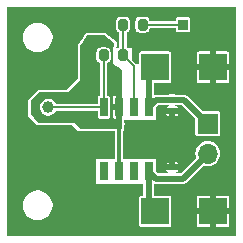
<source format=gtl>
G04 #@! TF.GenerationSoftware,KiCad,Pcbnew,8.0.8*
G04 #@! TF.CreationDate,2025-02-18T10:08:15-06:00*
G04 #@! TF.ProjectId,Tunnleing_Amp,54756e6e-6c65-4696-9e67-5f416d702e6b,rev?*
G04 #@! TF.SameCoordinates,Original*
G04 #@! TF.FileFunction,Copper,L1,Top*
G04 #@! TF.FilePolarity,Positive*
%FSLAX46Y46*%
G04 Gerber Fmt 4.6, Leading zero omitted, Abs format (unit mm)*
G04 Created by KiCad (PCBNEW 8.0.8) date 2025-02-18 10:08:15*
%MOMM*%
%LPD*%
G01*
G04 APERTURE LIST*
G04 Aperture macros list*
%AMRoundRect*
0 Rectangle with rounded corners*
0 $1 Rounding radius*
0 $2 $3 $4 $5 $6 $7 $8 $9 X,Y pos of 4 corners*
0 Add a 4 corners polygon primitive as box body*
4,1,4,$2,$3,$4,$5,$6,$7,$8,$9,$2,$3,0*
0 Add four circle primitives for the rounded corners*
1,1,$1+$1,$2,$3*
1,1,$1+$1,$4,$5*
1,1,$1+$1,$6,$7*
1,1,$1+$1,$8,$9*
0 Add four rect primitives between the rounded corners*
20,1,$1+$1,$2,$3,$4,$5,0*
20,1,$1+$1,$4,$5,$6,$7,0*
20,1,$1+$1,$6,$7,$8,$9,0*
20,1,$1+$1,$8,$9,$2,$3,0*%
G04 Aperture macros list end*
G04 #@! TA.AperFunction,SMDPad,CuDef*
%ADD10R,2.350000X2.250000*%
G04 #@! TD*
G04 #@! TA.AperFunction,SMDPad,CuDef*
%ADD11RoundRect,0.140000X-0.170000X0.140000X-0.170000X-0.140000X0.170000X-0.140000X0.170000X0.140000X0*%
G04 #@! TD*
G04 #@! TA.AperFunction,SMDPad,CuDef*
%ADD12R,0.650000X1.528000*%
G04 #@! TD*
G04 #@! TA.AperFunction,SMDPad,CuDef*
%ADD13RoundRect,0.200000X-0.200000X-0.275000X0.200000X-0.275000X0.200000X0.275000X-0.200000X0.275000X0*%
G04 #@! TD*
G04 #@! TA.AperFunction,SMDPad,CuDef*
%ADD14RoundRect,0.140000X0.170000X-0.140000X0.170000X0.140000X-0.170000X0.140000X-0.170000X-0.140000X0*%
G04 #@! TD*
G04 #@! TA.AperFunction,ComponentPad*
%ADD15R,1.700000X1.700000*%
G04 #@! TD*
G04 #@! TA.AperFunction,ComponentPad*
%ADD16O,1.700000X1.700000*%
G04 #@! TD*
G04 #@! TA.AperFunction,ComponentPad*
%ADD17R,0.850000X0.850000*%
G04 #@! TD*
G04 #@! TA.AperFunction,ViaPad*
%ADD18C,0.600000*%
G04 #@! TD*
G04 #@! TA.AperFunction,ViaPad*
%ADD19C,1.000000*%
G04 #@! TD*
G04 #@! TA.AperFunction,Conductor*
%ADD20C,0.500000*%
G04 #@! TD*
G04 #@! TA.AperFunction,Conductor*
%ADD21C,0.300000*%
G04 #@! TD*
G04 #@! TA.AperFunction,Conductor*
%ADD22C,0.150000*%
G04 #@! TD*
G04 #@! TA.AperFunction,Conductor*
%ADD23C,0.200000*%
G04 #@! TD*
G04 APERTURE END LIST*
D10*
X109350000Y-65700000D03*
X104450000Y-65700000D03*
D11*
X105900000Y-56270000D03*
X105900000Y-57230000D03*
D12*
X100095000Y-62311000D03*
X101365000Y-62311000D03*
X102635000Y-62311000D03*
X103905000Y-62311000D03*
X103905000Y-56889000D03*
X102635000Y-56889000D03*
X101365000Y-56889000D03*
X100095000Y-56889000D03*
D13*
X100075000Y-52500000D03*
X101725000Y-52500000D03*
D14*
X105900000Y-62930000D03*
X105900000Y-61970000D03*
D10*
X104450000Y-53500000D03*
X109350000Y-53500000D03*
D13*
X101725000Y-49900000D03*
X103375000Y-49900000D03*
D15*
X108900000Y-58275000D03*
D16*
X108900000Y-60815000D03*
D17*
X106800000Y-49900000D03*
D18*
X101100000Y-53850000D03*
X101100000Y-54700000D03*
X101100000Y-55700000D03*
X101365000Y-58300000D03*
X100550000Y-58300000D03*
X99700000Y-58300000D03*
X98800000Y-58300000D03*
X98500000Y-57500000D03*
X97600000Y-57500000D03*
X96600000Y-57500000D03*
X95900000Y-57800000D03*
X94900000Y-57800000D03*
X94300000Y-56900000D03*
X94900000Y-56000000D03*
X95800000Y-55950000D03*
X96600000Y-56300000D03*
X97600000Y-56300000D03*
X98500000Y-56300000D03*
X99300000Y-55600000D03*
X99300000Y-54700000D03*
X98900000Y-52200000D03*
X100700000Y-51600000D03*
X99800000Y-51350000D03*
X105800000Y-58800000D03*
X98900000Y-53100000D03*
X105900000Y-61970000D03*
X105900000Y-57230000D03*
X109800000Y-56000000D03*
X101365000Y-56889000D03*
X99300000Y-53800000D03*
X105200000Y-61150000D03*
X105200000Y-58050000D03*
X98900000Y-51400000D03*
X109800000Y-63200000D03*
X100095000Y-62311000D03*
X106450000Y-59600000D03*
X109350000Y-65700000D03*
X105800000Y-60400000D03*
X109350000Y-53500000D03*
X108200000Y-56000000D03*
X108200000Y-63200000D03*
D19*
X95400000Y-56900000D03*
D20*
X106895000Y-56270000D02*
X108900000Y-58275000D01*
X105900000Y-56270000D02*
X106895000Y-56270000D01*
X106785000Y-62930000D02*
X108900000Y-60815000D01*
X105900000Y-62930000D02*
X106785000Y-62930000D01*
X103905000Y-65155000D02*
X104450000Y-65700000D01*
X103905000Y-62311000D02*
X103905000Y-65155000D01*
D21*
X101365000Y-62311000D02*
X101365000Y-56889000D01*
D20*
X104524000Y-56270000D02*
X103905000Y-56889000D01*
X103905000Y-56889000D02*
X103905000Y-54045000D01*
X105900000Y-56270000D02*
X104524000Y-56270000D01*
X103905000Y-54045000D02*
X104450000Y-53500000D01*
X103905000Y-62311000D02*
X104524000Y-62930000D01*
X104524000Y-62930000D02*
X105900000Y-62930000D01*
D22*
X102635000Y-53410000D02*
X101725000Y-52500000D01*
X101725000Y-52500000D02*
X102000000Y-52775000D01*
X102635000Y-56889000D02*
X102635000Y-53410000D01*
D23*
X101725000Y-49900000D02*
X101725000Y-52500000D01*
D22*
X95400000Y-56900000D02*
X100000000Y-56900000D01*
X100075000Y-56869000D02*
X100095000Y-56889000D01*
X100075000Y-52500000D02*
X100075000Y-56869000D01*
X100011000Y-56889000D02*
X100095000Y-56889000D01*
X100000000Y-56900000D02*
X100011000Y-56889000D01*
D23*
X103375000Y-49900000D02*
X106800000Y-49900000D01*
G04 #@! TA.AperFunction,Conductor*
G36*
X111296132Y-48403868D02*
G01*
X111299500Y-48412000D01*
X111299500Y-67788000D01*
X111296132Y-67796132D01*
X111288000Y-67799500D01*
X91912000Y-67799500D01*
X91903868Y-67796132D01*
X91900500Y-67788000D01*
X91900500Y-65100793D01*
X93239500Y-65100793D01*
X93239500Y-65299206D01*
X93270536Y-65495165D01*
X93331847Y-65683860D01*
X93331848Y-65683863D01*
X93331849Y-65683864D01*
X93421923Y-65860646D01*
X93538544Y-66021161D01*
X93678839Y-66161456D01*
X93839354Y-66278077D01*
X94016136Y-66368151D01*
X94204832Y-66429463D01*
X94302814Y-66444981D01*
X94400794Y-66460500D01*
X94400796Y-66460500D01*
X94599206Y-66460500D01*
X94677589Y-66448085D01*
X94795168Y-66429463D01*
X94983864Y-66368151D01*
X95160646Y-66278077D01*
X95321161Y-66161456D01*
X95461456Y-66021161D01*
X95578077Y-65860646D01*
X95668151Y-65683864D01*
X95729463Y-65495168D01*
X95760500Y-65299204D01*
X95760500Y-65100796D01*
X95729463Y-64904832D01*
X95668151Y-64716136D01*
X95578077Y-64539354D01*
X95461456Y-64378839D01*
X95321161Y-64238544D01*
X95160646Y-64121923D01*
X94983864Y-64031849D01*
X94983863Y-64031848D01*
X94983860Y-64031847D01*
X94795165Y-63970536D01*
X94599206Y-63939500D01*
X94599204Y-63939500D01*
X94400796Y-63939500D01*
X94400794Y-63939500D01*
X94204834Y-63970536D01*
X94016139Y-64031847D01*
X93839352Y-64121924D01*
X93678839Y-64238544D01*
X93538544Y-64378839D01*
X93421924Y-64539352D01*
X93331847Y-64716139D01*
X93270536Y-64904834D01*
X93239500Y-65100793D01*
X91900500Y-65100793D01*
X91900500Y-56404322D01*
X93694500Y-56404322D01*
X93694500Y-57495746D01*
X93699820Y-57525454D01*
X93700000Y-57527481D01*
X93700000Y-57600000D01*
X94400000Y-58400000D01*
X94476504Y-58400000D01*
X94478747Y-58400221D01*
X94505289Y-58405500D01*
X97400736Y-58405500D01*
X97408868Y-58408868D01*
X97900000Y-58900000D01*
X98075979Y-58900000D01*
X98078222Y-58900221D01*
X98104764Y-58905500D01*
X101003000Y-58905500D01*
X101011132Y-58908868D01*
X101014500Y-58917000D01*
X101014500Y-61238500D01*
X101011132Y-61246632D01*
X101003000Y-61250000D01*
X99400000Y-61250000D01*
X99400000Y-63400000D01*
X103443000Y-63400000D01*
X103451132Y-63403368D01*
X103454500Y-63411500D01*
X103454500Y-64363000D01*
X103451132Y-64371132D01*
X103443000Y-64374500D01*
X103255252Y-64374500D01*
X103231988Y-64379127D01*
X103196771Y-64386132D01*
X103196767Y-64386134D01*
X103130449Y-64430446D01*
X103130446Y-64430449D01*
X103086134Y-64496767D01*
X103086132Y-64496771D01*
X103077663Y-64539352D01*
X103074500Y-64555252D01*
X103074500Y-66844748D01*
X103086133Y-66903231D01*
X103086134Y-66903232D01*
X103130446Y-66969550D01*
X103130448Y-66969552D01*
X103196769Y-67013867D01*
X103255252Y-67025500D01*
X103255254Y-67025500D01*
X105644746Y-67025500D01*
X105644748Y-67025500D01*
X105703231Y-67013867D01*
X105769552Y-66969552D01*
X105813867Y-66903231D01*
X105825500Y-66844748D01*
X105825500Y-65950001D01*
X107975000Y-65950001D01*
X107975000Y-66844697D01*
X107986603Y-66903032D01*
X107986605Y-66903037D01*
X108030806Y-66969190D01*
X108030809Y-66969193D01*
X108096962Y-67013394D01*
X108096967Y-67013396D01*
X108155303Y-67025000D01*
X109099999Y-67025000D01*
X109100000Y-67024999D01*
X109100000Y-65950001D01*
X109600000Y-65950001D01*
X109600000Y-67024999D01*
X109600001Y-67025000D01*
X110544697Y-67025000D01*
X110603032Y-67013396D01*
X110603037Y-67013394D01*
X110669190Y-66969193D01*
X110669193Y-66969190D01*
X110713394Y-66903037D01*
X110713396Y-66903032D01*
X110725000Y-66844697D01*
X110725000Y-65950001D01*
X110724999Y-65950000D01*
X109600001Y-65950000D01*
X109600000Y-65950001D01*
X109100000Y-65950001D01*
X109099999Y-65950000D01*
X107975001Y-65950000D01*
X107975000Y-65950001D01*
X105825500Y-65950001D01*
X105825500Y-64555302D01*
X107975000Y-64555302D01*
X107975000Y-65449999D01*
X107975001Y-65450000D01*
X109099999Y-65450000D01*
X109100000Y-65449999D01*
X109100000Y-64375001D01*
X109600000Y-64375001D01*
X109600000Y-65449999D01*
X109600001Y-65450000D01*
X110724999Y-65450000D01*
X110725000Y-65449999D01*
X110725000Y-64555302D01*
X110713396Y-64496967D01*
X110713394Y-64496962D01*
X110669193Y-64430809D01*
X110669190Y-64430806D01*
X110603037Y-64386605D01*
X110603032Y-64386603D01*
X110544697Y-64375000D01*
X109600001Y-64375000D01*
X109600000Y-64375001D01*
X109100000Y-64375001D01*
X109099999Y-64375000D01*
X108155303Y-64375000D01*
X108096967Y-64386603D01*
X108096962Y-64386605D01*
X108030809Y-64430806D01*
X108030806Y-64430809D01*
X107986605Y-64496962D01*
X107986603Y-64496967D01*
X107975000Y-64555302D01*
X105825500Y-64555302D01*
X105825500Y-64555252D01*
X105813867Y-64496769D01*
X105784323Y-64452555D01*
X105769553Y-64430449D01*
X105769550Y-64430446D01*
X105703232Y-64386134D01*
X105703233Y-64386134D01*
X105703231Y-64386133D01*
X105703229Y-64386132D01*
X105703228Y-64386132D01*
X105673788Y-64380276D01*
X105644748Y-64374500D01*
X105644746Y-64374500D01*
X104367000Y-64374500D01*
X104358868Y-64371132D01*
X104355500Y-64363000D01*
X104355500Y-63411500D01*
X104358868Y-63403368D01*
X104367000Y-63400000D01*
X104499999Y-63400000D01*
X104500000Y-63400000D01*
X104500000Y-63392000D01*
X104503368Y-63383868D01*
X104511500Y-63380500D01*
X105587627Y-63380500D01*
X105592486Y-63381576D01*
X105640513Y-63403972D01*
X105690099Y-63410500D01*
X106109900Y-63410499D01*
X106159487Y-63403972D01*
X106207513Y-63381576D01*
X106212373Y-63380500D01*
X106844309Y-63380500D01*
X106946104Y-63353224D01*
X106958887Y-63349799D01*
X107061614Y-63290489D01*
X108541678Y-61810424D01*
X108549809Y-61807057D01*
X108553141Y-61807551D01*
X108694066Y-61850300D01*
X108900000Y-61870583D01*
X109105934Y-61850300D01*
X109303954Y-61790232D01*
X109486450Y-61692685D01*
X109646410Y-61561410D01*
X109777685Y-61401450D01*
X109875232Y-61218954D01*
X109935300Y-61020934D01*
X109955583Y-60815000D01*
X109935300Y-60609066D01*
X109875232Y-60411046D01*
X109777685Y-60228550D01*
X109646410Y-60068590D01*
X109486450Y-59937315D01*
X109486448Y-59937314D01*
X109486447Y-59937313D01*
X109303957Y-59839769D01*
X109303947Y-59839766D01*
X109105938Y-59779701D01*
X109105936Y-59779700D01*
X109105934Y-59779700D01*
X108900000Y-59759417D01*
X108694066Y-59779700D01*
X108694063Y-59779700D01*
X108694061Y-59779701D01*
X108496052Y-59839766D01*
X108496042Y-59839769D01*
X108313552Y-59937313D01*
X108153590Y-60068590D01*
X108022313Y-60228552D01*
X107924769Y-60411042D01*
X107924766Y-60411052D01*
X107864701Y-60609061D01*
X107864700Y-60609063D01*
X107864700Y-60609066D01*
X107844417Y-60815000D01*
X107864700Y-61020934D01*
X107864700Y-61020936D01*
X107864701Y-61020938D01*
X107907446Y-61161851D01*
X107906583Y-61170610D01*
X107904573Y-61173321D01*
X106601765Y-62476132D01*
X106593633Y-62479500D01*
X106212373Y-62479500D01*
X106207513Y-62478423D01*
X106168318Y-62460146D01*
X106162372Y-62453656D01*
X106162755Y-62444863D01*
X106168318Y-62439300D01*
X106268023Y-62392807D01*
X106352807Y-62308023D01*
X106393854Y-62220000D01*
X105406146Y-62220000D01*
X105447192Y-62308023D01*
X105531976Y-62392807D01*
X105631681Y-62439300D01*
X105637627Y-62445790D01*
X105637244Y-62454583D01*
X105631681Y-62460145D01*
X105592487Y-62478422D01*
X105587627Y-62479500D01*
X104715367Y-62479500D01*
X104707235Y-62476132D01*
X104503368Y-62272265D01*
X104500000Y-62264133D01*
X104500000Y-61720000D01*
X105406146Y-61720000D01*
X105649999Y-61720000D01*
X105650000Y-61719999D01*
X106150000Y-61719999D01*
X106150001Y-61720000D01*
X106393853Y-61720000D01*
X106352807Y-61631976D01*
X106268023Y-61547192D01*
X106159354Y-61496518D01*
X106150000Y-61495287D01*
X106150000Y-61719999D01*
X105650000Y-61719999D01*
X105650000Y-61495287D01*
X105640645Y-61496518D01*
X105531976Y-61547192D01*
X105447192Y-61631976D01*
X105406146Y-61720000D01*
X104500000Y-61720000D01*
X104500000Y-61250001D01*
X104500000Y-61250000D01*
X104499999Y-61250000D01*
X101727000Y-61250000D01*
X101718868Y-61246632D01*
X101715500Y-61238500D01*
X101715500Y-58911500D01*
X101718868Y-58903368D01*
X101727000Y-58900000D01*
X101799999Y-58900000D01*
X101800000Y-58900000D01*
X101800000Y-58717283D01*
X101800221Y-58715040D01*
X101805500Y-58688499D01*
X101805500Y-58542759D01*
X101806539Y-58537982D01*
X101850165Y-58442457D01*
X101870647Y-58300000D01*
X101850165Y-58157543D01*
X101806539Y-58062016D01*
X101805500Y-58057239D01*
X101805500Y-58011500D01*
X101808868Y-58003368D01*
X101817000Y-58000000D01*
X104499999Y-58000000D01*
X104500000Y-58000000D01*
X104500000Y-57480000D01*
X105406146Y-57480000D01*
X105447192Y-57568023D01*
X105531976Y-57652807D01*
X105640645Y-57703481D01*
X105650000Y-57704711D01*
X105650000Y-57480001D01*
X106150000Y-57480001D01*
X106150000Y-57704710D01*
X106159354Y-57703481D01*
X106268023Y-57652807D01*
X106352807Y-57568023D01*
X106393854Y-57480000D01*
X106150001Y-57480000D01*
X106150000Y-57480001D01*
X105650000Y-57480001D01*
X105649999Y-57480000D01*
X105406146Y-57480000D01*
X104500000Y-57480000D01*
X104500000Y-56935867D01*
X104503368Y-56927735D01*
X104707235Y-56723868D01*
X104715367Y-56720500D01*
X105587627Y-56720500D01*
X105592486Y-56721576D01*
X105631681Y-56739854D01*
X105637627Y-56746343D01*
X105637244Y-56755136D01*
X105631681Y-56760699D01*
X105531976Y-56807192D01*
X105447192Y-56891976D01*
X105406146Y-56980000D01*
X106393853Y-56980000D01*
X106352807Y-56891976D01*
X106268023Y-56807192D01*
X106168318Y-56760699D01*
X106162372Y-56754209D01*
X106162755Y-56745416D01*
X106168316Y-56739854D01*
X106207513Y-56721576D01*
X106212373Y-56720500D01*
X106703633Y-56720500D01*
X106711765Y-56723868D01*
X107846132Y-57858235D01*
X107849500Y-57866367D01*
X107849500Y-59144748D01*
X107861133Y-59203231D01*
X107861134Y-59203232D01*
X107905446Y-59269550D01*
X107905448Y-59269552D01*
X107971769Y-59313867D01*
X108030252Y-59325500D01*
X108030254Y-59325500D01*
X109769746Y-59325500D01*
X109769748Y-59325500D01*
X109828231Y-59313867D01*
X109894552Y-59269552D01*
X109938867Y-59203231D01*
X109950500Y-59144748D01*
X109950500Y-57405252D01*
X109938867Y-57346769D01*
X109894552Y-57280448D01*
X109894550Y-57280446D01*
X109828232Y-57236134D01*
X109828233Y-57236134D01*
X109828231Y-57236133D01*
X109828229Y-57236132D01*
X109828228Y-57236132D01*
X109798788Y-57230276D01*
X109769748Y-57224500D01*
X109769746Y-57224500D01*
X108491367Y-57224500D01*
X108483235Y-57221132D01*
X107171613Y-55909510D01*
X107068891Y-55850203D01*
X107068889Y-55850202D01*
X107068887Y-55850201D01*
X107068883Y-55850200D01*
X107068881Y-55850199D01*
X107039985Y-55842457D01*
X106954309Y-55819500D01*
X106212373Y-55819500D01*
X106207513Y-55818423D01*
X106159487Y-55796028D01*
X106109901Y-55789500D01*
X106109900Y-55789500D01*
X105690103Y-55789500D01*
X105690097Y-55789501D01*
X105652909Y-55794396D01*
X105640513Y-55796028D01*
X105592487Y-55818423D01*
X105587627Y-55819500D01*
X104464691Y-55819500D01*
X104379015Y-55842457D01*
X104379014Y-55842457D01*
X104369975Y-55844878D01*
X104361249Y-55843729D01*
X104355892Y-55836745D01*
X104355500Y-55833770D01*
X104355500Y-54837000D01*
X104358868Y-54828868D01*
X104367000Y-54825500D01*
X105644746Y-54825500D01*
X105644748Y-54825500D01*
X105703231Y-54813867D01*
X105769552Y-54769552D01*
X105813867Y-54703231D01*
X105825500Y-54644748D01*
X105825500Y-53750001D01*
X107975000Y-53750001D01*
X107975000Y-54644697D01*
X107986603Y-54703032D01*
X107986605Y-54703037D01*
X108030806Y-54769190D01*
X108030809Y-54769193D01*
X108096962Y-54813394D01*
X108096967Y-54813396D01*
X108155303Y-54825000D01*
X109099999Y-54825000D01*
X109100000Y-54824999D01*
X109100000Y-53750001D01*
X109600000Y-53750001D01*
X109600000Y-54824999D01*
X109600001Y-54825000D01*
X110544697Y-54825000D01*
X110603032Y-54813396D01*
X110603037Y-54813394D01*
X110669190Y-54769193D01*
X110669193Y-54769190D01*
X110713394Y-54703037D01*
X110713396Y-54703032D01*
X110725000Y-54644697D01*
X110725000Y-53750001D01*
X110724999Y-53750000D01*
X109600001Y-53750000D01*
X109600000Y-53750001D01*
X109100000Y-53750001D01*
X109099999Y-53750000D01*
X107975001Y-53750000D01*
X107975000Y-53750001D01*
X105825500Y-53750001D01*
X105825500Y-52355302D01*
X107975000Y-52355302D01*
X107975000Y-53249999D01*
X107975001Y-53250000D01*
X109099999Y-53250000D01*
X109100000Y-53249999D01*
X109100000Y-52175001D01*
X109600000Y-52175001D01*
X109600000Y-53249999D01*
X109600001Y-53250000D01*
X110724999Y-53250000D01*
X110725000Y-53249999D01*
X110725000Y-52355302D01*
X110713396Y-52296967D01*
X110713394Y-52296962D01*
X110669193Y-52230809D01*
X110669190Y-52230806D01*
X110603037Y-52186605D01*
X110603032Y-52186603D01*
X110544697Y-52175000D01*
X109600001Y-52175000D01*
X109600000Y-52175001D01*
X109100000Y-52175001D01*
X109099999Y-52175000D01*
X108155303Y-52175000D01*
X108096967Y-52186603D01*
X108096962Y-52186605D01*
X108030809Y-52230806D01*
X108030806Y-52230809D01*
X107986605Y-52296962D01*
X107986603Y-52296967D01*
X107975000Y-52355302D01*
X105825500Y-52355302D01*
X105825500Y-52355252D01*
X105813867Y-52296769D01*
X105784323Y-52252555D01*
X105769553Y-52230449D01*
X105769550Y-52230446D01*
X105703232Y-52186134D01*
X105703233Y-52186134D01*
X105703231Y-52186133D01*
X105703229Y-52186132D01*
X105703228Y-52186132D01*
X105673788Y-52180276D01*
X105644748Y-52174500D01*
X103255252Y-52174500D01*
X103231988Y-52179127D01*
X103196771Y-52186132D01*
X103196767Y-52186134D01*
X103130449Y-52230446D01*
X103130446Y-52230449D01*
X103086134Y-52296767D01*
X103086132Y-52296771D01*
X103074500Y-52355253D01*
X103074500Y-53238500D01*
X103071132Y-53246632D01*
X103063000Y-53250000D01*
X102869380Y-53250000D01*
X102861248Y-53246632D01*
X102503368Y-52888752D01*
X102500000Y-52880620D01*
X102500000Y-51850001D01*
X102500000Y-51850000D01*
X102499999Y-51850000D01*
X102073960Y-51850000D01*
X102068739Y-51848747D01*
X102050300Y-51839352D01*
X102035201Y-51836961D01*
X102027696Y-51832362D01*
X102025500Y-51825603D01*
X102025500Y-50574395D01*
X102028868Y-50566263D01*
X102035197Y-50563038D01*
X102050304Y-50560646D01*
X102163342Y-50503050D01*
X102253050Y-50413342D01*
X102310646Y-50300304D01*
X102325500Y-50206519D01*
X102325499Y-49593482D01*
X102325498Y-49593478D01*
X102774500Y-49593478D01*
X102774500Y-50206520D01*
X102789352Y-50300297D01*
X102789353Y-50300300D01*
X102789354Y-50300304D01*
X102846950Y-50413342D01*
X102936658Y-50503050D01*
X103049696Y-50560646D01*
X103143481Y-50575500D01*
X103606518Y-50575499D01*
X103606520Y-50575499D01*
X103685213Y-50563036D01*
X103700304Y-50560646D01*
X103813342Y-50503050D01*
X103903050Y-50413342D01*
X103960646Y-50300304D01*
X103974917Y-50210201D01*
X103979515Y-50202696D01*
X103986275Y-50200500D01*
X106163000Y-50200500D01*
X106171132Y-50203868D01*
X106174500Y-50212000D01*
X106174500Y-50344748D01*
X106186133Y-50403231D01*
X106186134Y-50403232D01*
X106230446Y-50469550D01*
X106230448Y-50469552D01*
X106296769Y-50513867D01*
X106355252Y-50525500D01*
X106355254Y-50525500D01*
X107244746Y-50525500D01*
X107244748Y-50525500D01*
X107303231Y-50513867D01*
X107369552Y-50469552D01*
X107413867Y-50403231D01*
X107425500Y-50344748D01*
X107425500Y-49455252D01*
X107413867Y-49396769D01*
X107369552Y-49330448D01*
X107369550Y-49330446D01*
X107325338Y-49300904D01*
X107303231Y-49286133D01*
X107303229Y-49286132D01*
X107303228Y-49286132D01*
X107273788Y-49280276D01*
X107244748Y-49274500D01*
X106355252Y-49274500D01*
X106331988Y-49279127D01*
X106296771Y-49286132D01*
X106296767Y-49286134D01*
X106230449Y-49330446D01*
X106230446Y-49330449D01*
X106186134Y-49396767D01*
X106186132Y-49396771D01*
X106174500Y-49455253D01*
X106174500Y-49588000D01*
X106171132Y-49596132D01*
X106163000Y-49599500D01*
X103986274Y-49599500D01*
X103978142Y-49596132D01*
X103974916Y-49589799D01*
X103960647Y-49499702D01*
X103960646Y-49499699D01*
X103960646Y-49499696D01*
X103903050Y-49386658D01*
X103813342Y-49296950D01*
X103700304Y-49239354D01*
X103700301Y-49239353D01*
X103700300Y-49239353D01*
X103700297Y-49239352D01*
X103606521Y-49224500D01*
X103143479Y-49224500D01*
X103049702Y-49239352D01*
X103049699Y-49239353D01*
X103049697Y-49239353D01*
X103049696Y-49239354D01*
X102992140Y-49268680D01*
X102936657Y-49296950D01*
X102846950Y-49386657D01*
X102841799Y-49396767D01*
X102789354Y-49499696D01*
X102789353Y-49499697D01*
X102789353Y-49499699D01*
X102789352Y-49499702D01*
X102774500Y-49593478D01*
X102325498Y-49593478D01*
X102310647Y-49499702D01*
X102310646Y-49499699D01*
X102310646Y-49499696D01*
X102253050Y-49386658D01*
X102163342Y-49296950D01*
X102050304Y-49239354D01*
X102050301Y-49239353D01*
X102050300Y-49239353D01*
X102050297Y-49239352D01*
X101956521Y-49224500D01*
X101493479Y-49224500D01*
X101399702Y-49239352D01*
X101399699Y-49239353D01*
X101399697Y-49239353D01*
X101399696Y-49239354D01*
X101342140Y-49268680D01*
X101286657Y-49296950D01*
X101196950Y-49386657D01*
X101191799Y-49396767D01*
X101139354Y-49499696D01*
X101139353Y-49499697D01*
X101139353Y-49499699D01*
X101139352Y-49499702D01*
X101124500Y-49593478D01*
X101124500Y-50206520D01*
X101139352Y-50300297D01*
X101139353Y-50300300D01*
X101139354Y-50300304D01*
X101196950Y-50413342D01*
X101286658Y-50503050D01*
X101399696Y-50560646D01*
X101414801Y-50563038D01*
X101422303Y-50567635D01*
X101424500Y-50574395D01*
X101424500Y-51825603D01*
X101421132Y-51833735D01*
X101414799Y-51836961D01*
X101399699Y-51839352D01*
X101381261Y-51848747D01*
X101376040Y-51850000D01*
X101153945Y-51850000D01*
X101145813Y-51846632D01*
X101142445Y-51838500D01*
X101143483Y-51833725D01*
X101185165Y-51742457D01*
X101205647Y-51600000D01*
X101185165Y-51457543D01*
X101125377Y-51326627D01*
X101125376Y-51326625D01*
X101031128Y-51217857D01*
X101031124Y-51217854D01*
X100910054Y-51140047D01*
X100888783Y-51133801D01*
X100885123Y-51131967D01*
X100226370Y-50637901D01*
X100168044Y-50607342D01*
X100161159Y-50605048D01*
X100161155Y-50605047D01*
X100161152Y-50605046D01*
X100161147Y-50605045D01*
X100161142Y-50605044D01*
X100096173Y-50594500D01*
X100096167Y-50594500D01*
X98706155Y-50594500D01*
X98685929Y-50595498D01*
X98683665Y-50595722D01*
X98674961Y-50596770D01*
X98668516Y-50599239D01*
X98664403Y-50600000D01*
X98600000Y-50600000D01*
X98561708Y-50654700D01*
X98560427Y-50656228D01*
X98525602Y-50691127D01*
X98525600Y-50691129D01*
X98313487Y-51009297D01*
X98313339Y-51009513D01*
X97900000Y-51599999D01*
X97900000Y-51665482D01*
X97899876Y-51667166D01*
X97894500Y-51703480D01*
X97894500Y-54510116D01*
X97891132Y-54518248D01*
X97018248Y-55391132D01*
X97010116Y-55394500D01*
X94605191Y-55394500D01*
X94598542Y-55394608D01*
X94597743Y-55394634D01*
X94577750Y-55399654D01*
X94574950Y-55400000D01*
X94500000Y-55400000D01*
X93700000Y-56299998D01*
X93700000Y-56372993D01*
X93699815Y-56375047D01*
X93694500Y-56404322D01*
X91900500Y-56404322D01*
X91900500Y-50900793D01*
X93239500Y-50900793D01*
X93239500Y-51099206D01*
X93270536Y-51295165D01*
X93331847Y-51483860D01*
X93331848Y-51483863D01*
X93331849Y-51483864D01*
X93421923Y-51660646D01*
X93538544Y-51821161D01*
X93678839Y-51961456D01*
X93839354Y-52078077D01*
X94016136Y-52168151D01*
X94204832Y-52229463D01*
X94302814Y-52244981D01*
X94400794Y-52260500D01*
X94400796Y-52260500D01*
X94599206Y-52260500D01*
X94677589Y-52248085D01*
X94795168Y-52229463D01*
X94983864Y-52168151D01*
X95160646Y-52078077D01*
X95321161Y-51961456D01*
X95461456Y-51821161D01*
X95578077Y-51660646D01*
X95668151Y-51483864D01*
X95729463Y-51295168D01*
X95754031Y-51140047D01*
X95760500Y-51099206D01*
X95760500Y-50900793D01*
X95729463Y-50704834D01*
X95729463Y-50704832D01*
X95668151Y-50516136D01*
X95578077Y-50339354D01*
X95461456Y-50178839D01*
X95321161Y-50038544D01*
X95160646Y-49921923D01*
X94983864Y-49831849D01*
X94983863Y-49831848D01*
X94983860Y-49831847D01*
X94795165Y-49770536D01*
X94599206Y-49739500D01*
X94599204Y-49739500D01*
X94400796Y-49739500D01*
X94400794Y-49739500D01*
X94204834Y-49770536D01*
X94016139Y-49831847D01*
X93839352Y-49921924D01*
X93678839Y-50038544D01*
X93538544Y-50178839D01*
X93421924Y-50339352D01*
X93331847Y-50516139D01*
X93270536Y-50704834D01*
X93239500Y-50900793D01*
X91900500Y-50900793D01*
X91900500Y-48412000D01*
X91903868Y-48403868D01*
X91912000Y-48400500D01*
X111288000Y-48400500D01*
X111296132Y-48403868D01*
G37*
G04 #@! TD.AperFunction*
G04 #@! TA.AperFunction,Conductor*
G36*
X100103067Y-50802300D02*
G01*
X100895400Y-51396550D01*
X100899884Y-51404124D01*
X100900000Y-51405750D01*
X100900000Y-53200000D01*
X100900001Y-53200001D01*
X101595184Y-53696560D01*
X101599844Y-53704027D01*
X101600000Y-53705918D01*
X101600000Y-58688500D01*
X101596632Y-58696632D01*
X101588500Y-58700000D01*
X98104764Y-58700000D01*
X98096632Y-58696632D01*
X98088500Y-58688500D01*
X97600000Y-58200000D01*
X94505289Y-58200000D01*
X94497157Y-58196632D01*
X94496558Y-58195984D01*
X93902769Y-57503230D01*
X93900000Y-57495746D01*
X93900000Y-56899998D01*
X94694355Y-56899998D01*
X94694355Y-56900001D01*
X94714859Y-57068869D01*
X94714859Y-57068870D01*
X94714860Y-57068872D01*
X94775182Y-57227930D01*
X94871817Y-57367929D01*
X94871819Y-57367931D01*
X94871821Y-57367933D01*
X94944577Y-57432389D01*
X94999148Y-57480734D01*
X95149775Y-57559790D01*
X95314944Y-57600500D01*
X95314947Y-57600500D01*
X95485053Y-57600500D01*
X95485056Y-57600500D01*
X95650225Y-57559790D01*
X95800852Y-57480734D01*
X95928183Y-57367929D01*
X96024818Y-57227930D01*
X96041887Y-57182921D01*
X96047920Y-57176513D01*
X96052640Y-57175500D01*
X99558000Y-57175500D01*
X99566132Y-57178868D01*
X99569500Y-57187000D01*
X99569500Y-57672748D01*
X99581133Y-57731231D01*
X99581134Y-57731232D01*
X99625446Y-57797550D01*
X99625448Y-57797552D01*
X99691769Y-57841867D01*
X99750252Y-57853500D01*
X99750254Y-57853500D01*
X100439746Y-57853500D01*
X100439748Y-57853500D01*
X100498231Y-57841867D01*
X100564552Y-57797552D01*
X100608867Y-57731231D01*
X100620500Y-57672748D01*
X100620500Y-57139001D01*
X100840000Y-57139001D01*
X100840000Y-57672697D01*
X100851603Y-57731032D01*
X100851605Y-57731037D01*
X100895806Y-57797190D01*
X100895809Y-57797193D01*
X100961962Y-57841394D01*
X100961967Y-57841396D01*
X101020303Y-57853000D01*
X101114999Y-57853000D01*
X101115000Y-57852999D01*
X101115000Y-57139001D01*
X101114999Y-57139000D01*
X100840001Y-57139000D01*
X100840000Y-57139001D01*
X100620500Y-57139001D01*
X100620500Y-56105302D01*
X100840000Y-56105302D01*
X100840000Y-56638999D01*
X100840001Y-56639000D01*
X101114999Y-56639000D01*
X101115000Y-56638999D01*
X101115000Y-55925001D01*
X101114999Y-55925000D01*
X101020303Y-55925000D01*
X100961967Y-55936603D01*
X100961962Y-55936605D01*
X100895809Y-55980806D01*
X100895806Y-55980809D01*
X100851605Y-56046962D01*
X100851603Y-56046967D01*
X100840000Y-56105302D01*
X100620500Y-56105302D01*
X100620500Y-56105252D01*
X100608867Y-56046769D01*
X100579323Y-56002555D01*
X100564553Y-55980449D01*
X100564550Y-55980446D01*
X100498232Y-55936134D01*
X100498233Y-55936134D01*
X100498231Y-55936133D01*
X100498229Y-55936132D01*
X100498228Y-55936132D01*
X100468788Y-55930276D01*
X100439748Y-55924500D01*
X100439746Y-55924500D01*
X100362000Y-55924500D01*
X100353868Y-55921132D01*
X100350500Y-55913000D01*
X100350500Y-53178354D01*
X100353868Y-53170222D01*
X100360197Y-53166997D01*
X100400304Y-53160646D01*
X100513342Y-53103050D01*
X100603050Y-53013342D01*
X100660646Y-52900304D01*
X100675500Y-52806519D01*
X100675499Y-52193482D01*
X100675498Y-52193478D01*
X100660647Y-52099702D01*
X100660646Y-52099699D01*
X100660646Y-52099696D01*
X100603050Y-51986658D01*
X100513342Y-51896950D01*
X100400304Y-51839354D01*
X100400301Y-51839353D01*
X100400300Y-51839353D01*
X100400297Y-51839352D01*
X100306521Y-51824500D01*
X99843479Y-51824500D01*
X99749702Y-51839352D01*
X99749699Y-51839353D01*
X99749697Y-51839353D01*
X99749696Y-51839354D01*
X99692140Y-51868680D01*
X99636657Y-51896950D01*
X99546950Y-51986657D01*
X99518680Y-52042140D01*
X99489354Y-52099696D01*
X99489353Y-52099697D01*
X99489353Y-52099699D01*
X99489352Y-52099702D01*
X99474500Y-52193478D01*
X99474500Y-52806520D01*
X99489352Y-52900297D01*
X99489353Y-52900300D01*
X99489354Y-52900304D01*
X99546950Y-53013342D01*
X99636658Y-53103050D01*
X99749696Y-53160646D01*
X99789800Y-53166997D01*
X99797303Y-53171595D01*
X99799500Y-53178355D01*
X99799500Y-55913000D01*
X99796132Y-55921132D01*
X99788000Y-55924500D01*
X99750252Y-55924500D01*
X99726988Y-55929127D01*
X99691771Y-55936132D01*
X99691767Y-55936134D01*
X99625449Y-55980446D01*
X99625446Y-55980449D01*
X99581134Y-56046767D01*
X99581132Y-56046771D01*
X99569500Y-56105253D01*
X99569500Y-56613000D01*
X99566132Y-56621132D01*
X99558000Y-56624500D01*
X96052640Y-56624500D01*
X96044508Y-56621132D01*
X96041887Y-56617078D01*
X96024818Y-56572070D01*
X95928183Y-56432071D01*
X95928180Y-56432068D01*
X95928178Y-56432066D01*
X95800854Y-56319268D01*
X95800852Y-56319266D01*
X95650225Y-56240210D01*
X95485056Y-56199500D01*
X95314944Y-56199500D01*
X95149775Y-56240210D01*
X95149773Y-56240211D01*
X94999149Y-56319265D01*
X94999145Y-56319268D01*
X94871821Y-56432066D01*
X94871815Y-56432073D01*
X94775182Y-56572070D01*
X94714860Y-56731128D01*
X94714859Y-56731130D01*
X94694355Y-56899998D01*
X93900000Y-56899998D01*
X93900000Y-56404321D01*
X93902843Y-56396750D01*
X94596564Y-55603927D01*
X94604454Y-55600025D01*
X94605219Y-55600000D01*
X97099998Y-55600000D01*
X97100000Y-55600000D01*
X98100000Y-54600000D01*
X98100000Y-51703482D01*
X98101931Y-51697103D01*
X98296167Y-51405750D01*
X98696586Y-50805121D01*
X98703900Y-50800223D01*
X98706155Y-50800000D01*
X100096167Y-50800000D01*
X100103067Y-50802300D01*
G37*
G04 #@! TD.AperFunction*
M02*

</source>
